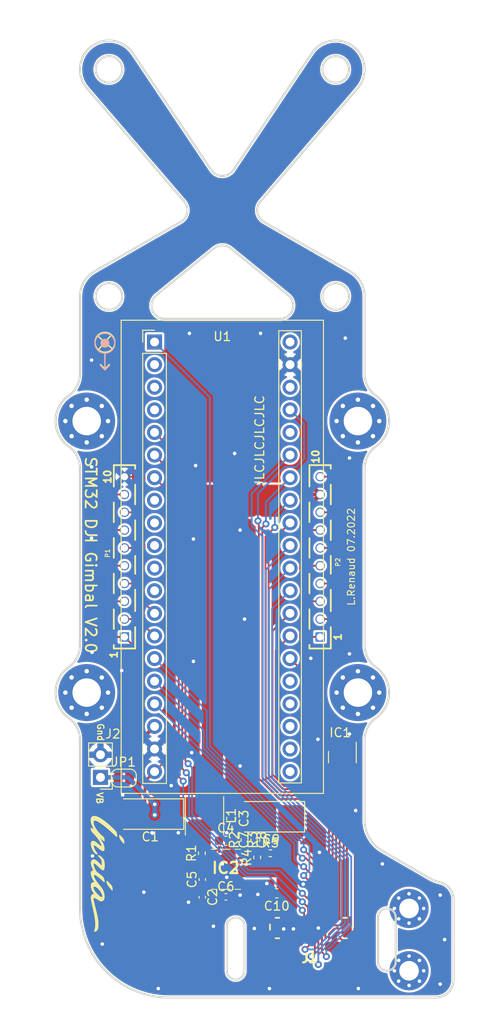
<source format=kicad_pcb>
(kicad_pcb (version 20211014) (generator pcbnew)

  (general
    (thickness 1.6)
  )

  (paper "A4")
  (layers
    (0 "F.Cu" signal)
    (31 "B.Cu" signal)
    (32 "B.Adhes" user "B.Adhesive")
    (33 "F.Adhes" user "F.Adhesive")
    (34 "B.Paste" user)
    (35 "F.Paste" user)
    (36 "B.SilkS" user "B.Silkscreen")
    (37 "F.SilkS" user "F.Silkscreen")
    (38 "B.Mask" user)
    (39 "F.Mask" user)
    (40 "Dwgs.User" user "User.Drawings")
    (41 "Cmts.User" user "User.Comments")
    (42 "Eco1.User" user "User.Eco1")
    (43 "Eco2.User" user "User.Eco2")
    (44 "Edge.Cuts" user)
    (45 "Margin" user)
    (46 "B.CrtYd" user "B.Courtyard")
    (47 "F.CrtYd" user "F.Courtyard")
    (48 "B.Fab" user)
    (49 "F.Fab" user)
    (50 "User.1" user)
    (51 "User.2" user)
    (52 "User.3" user)
    (53 "User.4" user)
    (54 "User.5" user)
    (55 "User.6" user)
    (56 "User.7" user)
    (57 "User.8" user)
    (58 "User.9" user)
  )

  (setup
    (stackup
      (layer "F.SilkS" (type "Top Silk Screen"))
      (layer "F.Paste" (type "Top Solder Paste"))
      (layer "F.Mask" (type "Top Solder Mask") (thickness 0.01))
      (layer "F.Cu" (type "copper") (thickness 0.035))
      (layer "dielectric 1" (type "core") (thickness 1.51) (material "FR4") (epsilon_r 4.5) (loss_tangent 0.02))
      (layer "B.Cu" (type "copper") (thickness 0.035))
      (layer "B.Mask" (type "Bottom Solder Mask") (thickness 0.01))
      (layer "B.Paste" (type "Bottom Solder Paste"))
      (layer "B.SilkS" (type "Bottom Silk Screen"))
      (copper_finish "None")
      (dielectric_constraints no)
    )
    (pad_to_mask_clearance 0)
    (aux_axis_origin 150 100)
    (pcbplotparams
      (layerselection 0x00010fc_ffffffff)
      (disableapertmacros false)
      (usegerberextensions false)
      (usegerberattributes true)
      (usegerberadvancedattributes true)
      (creategerberjobfile true)
      (svguseinch false)
      (svgprecision 6)
      (excludeedgelayer true)
      (plotframeref false)
      (viasonmask false)
      (mode 1)
      (useauxorigin false)
      (hpglpennumber 1)
      (hpglpenspeed 20)
      (hpglpendiameter 15.000000)
      (dxfpolygonmode true)
      (dxfimperialunits false)
      (dxfusepcbnewfont true)
      (psnegative false)
      (psa4output false)
      (plotreference false)
      (plotvalue false)
      (plotinvisibletext false)
      (sketchpadsonfab false)
      (subtractmaskfromsilk false)
      (outputformat 1)
      (mirror false)
      (drillshape 0)
      (scaleselection 1)
      (outputdirectory "Gerber/")
    )
  )

  (net 0 "")
  (net 1 "/M3_PWM3")
  (net 2 "/M3_Fault")
  (net 3 "/M3_PWM2")
  (net 4 "GND")
  (net 5 "/M3_PWM1")
  (net 6 "/M2_Fault")
  (net 7 "/M3_Hall2")
  (net 8 "/M2_PWM3")
  (net 9 "/M3_Hall1")
  (net 10 "/M2_PWM2")
  (net 11 "/M2_Hall2")
  (net 12 "/M2_PWM1")
  (net 13 "/M2_Hall1")
  (net 14 "/M1_Fault")
  (net 15 "/M1_Hall2")
  (net 16 "/M1_PWM3")
  (net 17 "/M1_Hall1")
  (net 18 "/M1_PWM2")
  (net 19 "+5V")
  (net 20 "/M1_PWM1")
  (net 21 "unconnected-(U1-Pad2)")
  (net 22 "unconnected-(U1-Pad3)")
  (net 23 "unconnected-(U1-Pad4)")
  (net 24 "unconnected-(U1-Pad8)")
  (net 25 "unconnected-(U1-Pad9)")
  (net 26 "unconnected-(U1-Pad10)")
  (net 27 "unconnected-(U1-Pad11)")
  (net 28 "unconnected-(U1-Pad12)")
  (net 29 "/SCL")
  (net 30 "/SDA")
  (net 31 "unconnected-(U1-Pad21)")
  (net 32 "unconnected-(U1-Pad22)")
  (net 33 "unconnected-(U1-Pad23)")
  (net 34 "unconnected-(U1-Pad24)")
  (net 35 "unconnected-(U1-Pad25)")
  (net 36 "unconnected-(U1-Pad36)")
  (net 37 "unconnected-(U1-Pad38)")
  (net 38 "unconnected-(P1-Pad2)")
  (net 39 "unconnected-(P1-Pad3)")
  (net 40 "/ow")
  (net 41 "unconnected-(IC1-Pad2)")
  (net 42 "unconnected-(P1-Pad6)")
  (net 43 "unconnected-(P1-Pad7)")
  (net 44 "unconnected-(P1-Pad8)")
  (net 45 "unconnected-(P1-Pad9)")
  (net 46 "+BATT")
  (net 47 "unconnected-(P2-Pad1)")
  (net 48 "unconnected-(P2-Pad2)")
  (net 49 "unconnected-(P2-Pad3)")
  (net 50 "unconnected-(P2-Pad4)")
  (net 51 "unconnected-(P2-Pad5)")
  (net 52 "unconnected-(P2-Pad6)")
  (net 53 "unconnected-(P2-Pad7)")
  (net 54 "+3V0")
  (net 55 "Net-(C4-Pad1)")
  (net 56 "unconnected-(P2-Pad10)")
  (net 57 "Net-(C5-Pad1)")
  (net 58 "Net-(C5-Pad2)")
  (net 59 "Net-(C6-Pad1)")
  (net 60 "Net-(C7-Pad1)")
  (net 61 "Net-(C8-Pad1)")
  (net 62 "Vdrive")
  (net 63 "Net-(IC2-Pad3)")
  (net 64 "Net-(IC2-Pad19)")
  (net 65 "Net-(IC2-Pad17)")
  (net 66 "unconnected-(IC2-Pad13)")

  (footprint "MountingHole:MountingHole_2.2mm_M2_Pad_Via" (layer "F.Cu") (at 171 139.5))

  (footprint "Jumper:SolderJumper-2_P1.3mm_Open_RoundedPad1.0x1.5mm" (layer "F.Cu") (at 138.925 124.85))

  (footprint "Inductor_SMD:L_Coilcraft_XxL4020" (layer "F.Cu") (at 148 129.1 -90))

  (footprint "MountingHole:MountingHole_3.2mm_M3_Pad_Via" (layer "F.Cu") (at 134.75 84.75))

  (footprint "DGI_Gimbal:BF090-10-X-B2" (layer "F.Cu") (at 161 100 90))

  (footprint "DGI_Gimbal:TPS61088" (layer "F.Cu") (at 150.4 135.1))

  (footprint "Resistor_SMD:R_0402_1005Metric" (layer "F.Cu") (at 155.4 133.3))

  (footprint "DGI_Gimbal:BF090-10-X-B2" (layer "F.Cu") (at 139 100 90))

  (footprint "Capacitor_SMD:C_0402_1005Metric" (layer "F.Cu") (at 150.4 138.2))

  (footprint "Resistor_SMD:R_0402_1005Metric" (layer "F.Cu") (at 152.5 131.8 90))

  (footprint "DGI_Gimbal:Inria" (layer "F.Cu") (at 137.1 135.6 -90))

  (footprint "Capacitor_SMD:C_0603_1608Metric" (layer "F.Cu") (at 150.4 131.9))

  (footprint "Resistor_SMD:R_0402_1005Metric" (layer "F.Cu") (at 147.7 133.3 90))

  (footprint "Resistor_SMD:R_0402_1005Metric" (layer "F.Cu") (at 154.6 131.8 90))

  (footprint "Capacitor_SMD:C_0603_1608Metric" (layer "F.Cu") (at 156.125 137.8 180))

  (footprint "MountingHole:MountingHole_3.2mm_M3_Pad_Via" (layer "F.Cu") (at 165.25 84.75))

  (footprint "MountingHole:MountingHole_3.2mm_M3_Pad_Via" (layer "F.Cu") (at 165.25 115.25))

  (footprint "Package_TO_SOT_SMD:SOT-23" (layer "F.Cu") (at 163.5 122.5 -90))

  (footprint "Capacitor_Tantalum_SMD:CP_EIA-6032-28_Kemet-C" (layer "F.Cu") (at 141.9 128.9 180))

  (footprint "Capacitor_SMD:C_0603_1608Metric" (layer "F.Cu") (at 151 129.4 -90))

  (footprint "Capacitor_SMD:C_0402_1005Metric" (layer "F.Cu") (at 153.58 131.8 90))

  (footprint "Capacitor_Tantalum_SMD:CP_EIA-6032-28_Kemet-C" (layer "F.Cu") (at 155.5 129.2 180))

  (footprint "Connector_PinHeader_2.54mm:PinHeader_1x02_P2.54mm_Vertical" (layer "F.Cu") (at 136.3 124.775 180))

  (footprint "DGI_Gimbal:YAAJ_WeAct_BlackPill_2" (layer "F.Cu") (at 150 100))

  (footprint "Capacitor_SMD:C_0402_1005Metric" (layer "F.Cu") (at 147.75 138.25 -90))

  (footprint "MountingHole:MountingHole_2.2mm_M2_Pad_Via" (layer "F.Cu") (at 171 146.5))

  (footprint "MountingHole:MountingHole_3.2mm_M3_Pad_Via" (layer "F.Cu") (at 134.75 115.25))

  (footprint "Capacitor_SMD:C_0402_1005Metric" (layer "F.Cu") (at 147.75 136.25 90))

  (footprint "DGI_Gimbal:BM20B0834DS04V53" (layer "F.Cu") (at 160 141.7 180))

  (footprint "Resistor_SMD:R_0402_1005Metric" (layer "F.Cu") (at 153.925 133.775 90))

  (footprint "Capacitor_SMD:C_0402_1005Metric" (layer "F.Cu") (at 155.6 131.8 90))

  (gr_line (start 136.3 78.5) (end 136.8 79) (layer "B.SilkS") (width 0.15) (tstamp 2a8bb4c7-9174-4989-8c1c-6b3ac2640ea3))
  (gr_circle (center 136.8 76) (end 136.800001 76) (layer "B.SilkS") (width 0.5) (fill none) (tstamp 465f0227-59d6-4224-bb00-82027db5ba71))
  (gr_line (start 136.8 79) (end 136.8 77.118033) (layer "B.SilkS") (width 0.15) (tstamp 4c15b4a4-70fd-436f-8aea-9bbb253ae149))
  (gr_line (start 137.3 78.5) (end 136.8 79) (layer "B.SilkS") (width 0.15) (tstamp b9a15a18-6b3a-4d23-a8ca-d29ebd5b594a))
  (gr_circle (center 136.8 76) (end 137.8 76.5) (layer "B.SilkS") (width 0.15) (fill none) (tstamp d909c2f5-cd97-475b-a850-77d149ecf702))
  (gr_line (start 136.8 75.9) (end 137.5 75.1) (layer "F.SilkS") (width 0.15) (tstamp 03089ffd-fc65-4861-bc9b-bf8e950bd9fa))
  (gr_line (start 136.8 75.9) (end 137.6 76.6) (layer "F.SilkS") (width 0.15) (tstamp 3ef29ce0-3c59-4f33-b521-45048e260a27))
  (gr_line (start 136.8 75.9) (end 136.1 76.7) (layer "F.SilkS") (width 0.15) (tstamp 611f7b4e-42d4-4de8-98d6-c2f71764a990))
  (gr_line (start 136.8 75.9) (end 136 75.2) (layer "F.SilkS") (width 0.15) (tstamp 76cfe23c-8d39-4fab-823b-36db34651579))
  (gr_line (start 136.8 78.9) (end 136.3 78.4) (layer "F.SilkS") (width 0.15) (tstamp 76db9461-8ba2-4aa9-b21f-4646483393e9))
  (gr_line (start 136.8 77.018033) (end 136.8 78.9) (layer "F.SilkS") (width 0.15) (tstamp 85fb701d-dbf1-4325-aa50-361701ded904))
  (gr_circle (center 136.8 75.9) (end 135.8 76.4) (layer "F.SilkS") (width 0.15) (fill none) (tstamp 91b4309a-f2dc-45c5-8b3b-e8c2643e0719))
  (gr_line (start 136.8 78.9) (end 137.3 78.4) (layer "F.SilkS") (width 0.15) (tstamp d7005e8a-bd34-461b-9bff-1cf04ce44037))
  (gr_line (start 134.785414 47.368565) (end 145.722581 60.092075) (layer "Edge.Cuts") (width 0.25) (tstamp 01986096-c4e6-4ec4-aebe-1e774bcd2c33))
  (gr_line (start 150.5 141.5) (end 150.5 146.5) (layer "Edge.Cuts") (width 0.25) (tstamp 045e9168-884a-4231-ac89-29870740ad61))
  (gr_arc (start 132.730769 118.108795) (mid 133.663864 119.17939) (end 134 120.55919) (layer "Edge.Cuts") (width 0.25) (tstamp 05c6641b-17f7-4186-a7c3-ec29c20400a7))
  (gr_arc (start 151.245399 56.556524) (mid 150 57.220474) (end 148.754601 56.556524) (layer "Edge.Cuts") (width 0.25) (tstamp 0f17f0ef-3c8b-4863-bcc5-b1430d45c06a))
  (gr_line (start 166 129.571797) (end 166 120.55919) (layer "Edge.Cuts") (width 0.25) (tstamp 113ace65-63ce-41f6-97f0-41a68b1f7be8))
  (gr_arc (start 167.269231 112.391205) (mid 166.336136 111.32061) (end 166 109.94081) (layer "Edge.Cuts") (width 0.25) (tstamp 1d99da33-3737-4a75-8cf3-bd4f0b718842))
  (gr_arc (start 174.443516 136.549796) (mid 175.563175 137.252408) (end 176 138.5) (layer "Edge.Cuts") (width 0.25) (tstamp 1f28c162-5156-4d1a-932d-67dfc8983c6e))
  (gr_arc (start 157.421921 70.608132) (mid 157.889474 72.274109) (end 156.47596 73.272245) (layer "Edge.Cuts") (width 0.25) (tstamp 210b981a-0167-4ea8-9d50-c1fdeb5d1303))
  (gr_line (start 166 109.94081) (end 166 90.05919) (layer "Edge.Cuts") (width 0.25) (tstamp 2116179a-8f10-43df-80dc-4e2ea7701919))
  (gr_arc (start 164.36636 67.930447) (mid 165.562087 69.120686) (end 166 70.75) (layer "Edge.Cuts") (width 0.25) (tstamp 2420ad7b-3de2-4b53-8f5e-c1196964a6d9))
  (gr_line (start 166 79.44081) (end 166 70.75) (layer "Edge.Cuts") (width 0.25) (tstamp 285c8d83-04fa-4baa-ba54-1a024a109485))
  (gr_line (start 173.330547 136.113491) (end 168 133.035898) (layer "Edge.Cuts") (width 0.25) (tstamp 294e4ab6-c96b-462b-bdff-416ca78ff354))
  (gr_line (start 150.94596 65.345757) (end 157.421921 70.608132) (layer "Edge.Cuts") (width 0.25) (tstamp 2e8982e5-fd4d-4c4d-aa3a-0d1bd46f5c01))
  (gr_line (start 139.948366 43.438558) (end 148.754601 56.556524) (layer "Edge.Cuts") (width 0.25) (tstamp 36ac8660-a102-4fbd-81c4-9bad82e19e7b))
  (gr_arc (start 167.269231 112.391205) (mid 168.75 115.25) (end 167.269231 118.108795) (layer "Edge.Cuts") (width 0.25) (tstamp 36b0555c-c85c-4e4c-8f9b-6140a85769e6))
  (gr_arc (start 167.269231 81.891205) (mid 166.336136 80.82061) (end 166 79.44081) (layer "Edge.Cuts") (width 0.25) (tstamp 3888bae9-ae45-42b4-9c10-c035b18ab53a))
  (gr_arc (start 144 149.5) (mid 136.928932 146.571068) (end 134 139.5) (layer "Edge.Cuts") (width 0.25) (tstamp 3be74e94-739b-4a64-9276-039e4dde6bf6))
  (gr_arc (start 134 109.94081) (mid 133.663857 111.320606) (end 132.730769 112.391205) (layer "Edge.Cuts") (width 0.25) (tstamp 3fdcd462-a06d-433e-ae2b-ba2b64cab783))
  (gr_arc (start 132.730769 87.608795) (mid 131.25 84.75) (end 132.730769 81.891205) (layer "Edge.Cuts") (width 0.25) (tstamp 428a4098-bb4a-44c5-b725-1ee822080a0b))
  (gr_arc (start 132.730769 118.108795) (mid 131.25 115.25) (end 132.730769 112.391205) (layer "Edge.Cuts") (width 0.25) (tstamp 47fc57aa-03b6-46a3-a2ed-a335390060cc))
  (gr_line (start 135.63364 67.930447) (end 145.331093 62.371206) (layer "Edge.Cuts") (width 0.25) (tstamp 4802aed6-a0f8-44cc-b97d-ab53cd4016a6))
  (gr_line (start 134 90.05919) (end 134 109.94081) (layer "Edge.Cuts") (width 0.25) (tstamp 4c29f23d-41e9-4e4a-af6e-cc138503dcf4))
  (gr_circle (center 162.75 45.25) (end 164.25 45.25) (layer "Edge.Cuts") (width 0.25) (fill none) (tstamp 60ac423b-ffc2-447f-aacd-a5e63ddbb7b2))
  (gr_arc (start 152.5 146.5) (mid 151.5 147.5) (end 150.5 146.5) (layer "Edge.Cuts") (width 0.25) (tstamp 6b69d7bd-abfa-4b29-992e-edb3f856d66d))
  (gr_line (start 152.5 146.5) (end 152.5 141.5) (layer "Edge.Cuts") (width 0.25) (tstamp 6c224c00-8931-4e04-b033-1405bdc7a466))
  (gr_circle (center 137.25 70.75) (end 138.75 70.75) (layer "Edge.Cuts") (width 0.25) (fill none) (tstamp 6eb3cc0d-1493-4981-a804-1a8062acdf03))
  (gr_line (start 134 70.75) (end 134 79.44081) (layer "Edge.Cuts") (width 0.25) (tstamp 6ec81fce-73db-4bb8-9cf6-68b30551f2bf))
  (gr_circle (center 162.75 70.75) (end 164.25 70.75) (layer "Edge.Cuts") (width 0.25) (fill none) (tstamp 75e6dbea-2f15-4188-b297-e9b541eaf979))
  (gr_arc (start 154.668907 62.371206) (mid 153.93658 61.323818) (end 154.277419 60.092075) (layer "Edge.Cuts") (width 0.25) (tstamp 774c636a-22bd-43f1-ba7f-c6d724dc6fc4))
  (gr_line (start 164.36636 67.930447) (end 154.668907 62.371206) (layer "Edge.Cuts") (width 0.25) (tstamp 7da927fa-41df-41a2-ad19-c636a998a9a6))
  (gr_arc (start 145.722581 60.092075) (mid 146.063453 61.323824) (end 145.331093 62.371206) (layer "Edge.Cuts") (width 0.25) (tstamp 8063dc19-6a8a-4619-a4c0-5f483274ca3c))
  (gr_line (start 144 149.5) (end 174 149.5) (layer "Edge.Cuts") (width 0.25) (tstamp 83b48050-a1f0-453e-9232-10ecd3bb4c84))
  (gr_arc (start 176 147.5) (mid 175.414214 148.914214) (end 174 149.5) (layer "Edge.Cuts") (width 0.25) (tstamp 866928e2-1c08-4413-a5e9-7caae0e9ac64))
  (gr_line (start 160.051634 43.438558) (end 151.245399 56.556524) (layer "Edge.Cuts") (width 0.25) (tstamp 873636f5-b71f-483d-a911-4e340ba023a2))
  (gr_line (start 169.5 145.5) (end 169.5 140.5) (layer "Edge.Cuts") (width 0.25) (tstamp 8c64172e-52d4-4454-aed9-bd2049a2e7c6))
  (gr_line (start 165.214586 47.368565) (end 154.277419 60.092075) (layer "Edge.Cuts") (width 0.25) (tstamp 8ebf92dc-0ecf-4ead-96f6-970bcdde7fed))
  (gr_arc (start 134 79.44081) (mid 133.663857 80.820606) (end 132.730769 81.891205) (layer "Edge.Cuts") (width 0.25) (tstamp 8f936575-2f4d-41ec-a7db-d7e0e2191ad7))
  (gr_circle (center 137.25 45.25) (end 138.75 45.25) (layer "Edge.Cuts") (width 0.25) (fill none) (tstamp a5e0e189-bd6c-44ad-a97b-6de2759e6741))
  (gr_line (start 143.52404 73.272245) (end 156.47596 73.272245) (layer "Edge.Cuts") (width 0.25) (tstamp ab310420-acef-444e-a6cc-3c711ed805cc))
  (gr_arc (start 174.443516 136.549796) (mid 173.870638 136.373461) (end 173.330547 136.113491) (layer "Edge.Cuts") (width 0.25) (tstamp acfda769-ba2a-41cd-8656-294626f57757))
  (gr_line (start 142.578079 70.608132) (end 149.05404 65.345757) (layer "Edge.Cuts") (width 0.25) (tstamp b4c7b4d4-c9ac-4337-9a6e-a3de6a8a9643))
  (gr_line (start 176 147.5) (end 176 138.5) (layer "Edge.Cuts") (width 0.25) (tstamp bbaba618-eb42-44c8-a756-1dff57908d7e))
  (gr_arc (start 167.5 140.5) (mid 168.5 139.5) (end 169.5 140.5) (layer "Edge.Cuts") (width 0.25) (tstamp bde679f3-bf84-429c-a3e4-feb6536e8f52))
  (gr_arc (start 167.269231 81.891205) (mid 168.75 84.75) (end 167.269231 87.608795) (layer "Edge.Cuts") (width 0.25) (tstamp bf6a7d22-3c26-4780-8422-c8d9aa01ca3e))
  (gr_arc (start 168 133.035898) (mid 166.5359 131.571796) (end 166 129.571797) (layer "Edge.Cuts") (width 0.25) (tstamp c2b14274-09b1-480e-8608-3880662bc3e0))
  (gr_arc (start 132.730769 87.608795) (mid 133.663864 88.67939) (end 134 90.05919) (layer "Edge.Cuts") (width 0.25) (tstamp c5e83177-7b3a-4198-82af-47433766ebb1))
  (gr_arc (start 149.05404 65.345757) (mid 150 65.009871) (end 150.94596 65.345757) (layer "Edge.Cuts") (width 0.25) (tstamp cbbe7c1b-4557-4c76-a7bd-f3424f9bd1b6))
  (gr_arc (start 143.52404 73.272245) (mid 142.110428 72.274144) (end 142.578079 70.608132) (layer "Edge.Cuts") (width 0.25) (tstamp cc19728b-54b7-4cd7-8575-e2b88cd69146))
  (gr_arc (start 134.785414 47.368565) (mid 135.281523 42.663961) (end 139.948366 43.438558) (layer "Edge.Cuts") (width 0.25) (tstamp d0003ee9-a56f-40c0-a04f-265d308b510d))
  (gr_arc (start 134 70.75) (mid 134.437913 69.120686) (end 135.63364 67.930447) (layer "Edge.Cuts") (width 0.25) (tstamp d015e085-5b47-4c3f-a89d-be4a95dbcbc7))
  (gr_arc (start 150.5 141.5) (mid 151.5 140.5) (end 152.5 141.5) (layer "Edge.Cuts") (width 0.25) (tstamp d35e2162-b060-4095-92a3-874eb755143a))
  (gr_arc (start 169.5 145.5) (mid 168.5 146.5) (end 167.5 145.5) (layer "Edge.Cuts") (width 0.25) (tstamp dba77a8f-47bd-4c53-886d-c4ff2f9b35b4))
  (gr_arc (start 160.051634 43.438558) (mid 164.718477 42.663961) (end 165.214586 47.368565) (layer "Edge.Cuts") (width 0.25) (tstamp dc76bd5f-111f-42a0-a4e1-ac69ccef8072))
  (gr_line (start 134 120.55919) (end 134 139.5) (layer "Edge.Cuts") (width 0.25) (tstamp e0c9e28f-fc4f-430a-8f1a-9bd4aa444d5c))
  (gr_line (start 167.5 140.5) (end 167.5 145.5) (layer "Edge.Cuts") (width 0.25) (tstamp e7a6a779-7df5-4b12-8134-66166c9aee78))
  (gr_arc (start 166 120.55919) (mid 166.336143 119.179394) (end 167.269231 118.108795) (layer "Edge.Cuts") (width 0.25) (tstamp ea78bb28-1544-4c23-9e0b-6a5c86aea260))
  (gr_arc (start 166 90.05919) (mid 166.336143 88.679394) (end 167.269231 87.608795) (layer "Edge.Cuts") (width 0.25) (tstamp eea82cf2-70fd-40f3-86d0-0360cc9d3da4))
  (gr_text "JLCJLCJLCJLC" (at 154.2 87 90) (layer "F.SilkS") (tstamp 19873b69-6c27-4fc3-8eff-0d2645dcc132)
    (effects (font (size 1 1) (thickness 0.15)))
  )
  (gr_text "STM32 DJI Gimbal V2.0\n" (at 135.2 99.8 270) (layer "F.SilkS") (tstamp 1c102a47-54ae-434c-b42c-6868739953c4)
    (effects (font (size 1.25 1.25) (thickness 0.2)))
  )
  (gr_text "Gnd" (at 136.3 119.7 270) (layer "F.SilkS") (tstamp 239352ce-f85f-4418-91ea-236f468a2cb4)
    (effects (font (size 0.7 0.7) (thickness 0.15)))
  )
  (gr_text "VB" (at 136.2 127.1 270) (layer "F.SilkS") (tstamp ab6e86d5-a0aa-4a67-9416-462efe4ffe34)
    (effects (font (size 0.7 0.7) (thickness 0.15)))
  )
  (gr_text "L.Renaud 07.2022" (at 164.5 100 90) (layer "F.SilkS") (tstamp d1b5a478-66d4-44de-b416-a298a27aa5a0)
    (effects (font (size 0.8 0.8) (thickness 0.12)))
  )

  (segment (start 160.898503 127.888451) (end 159.110052 126.1) (width 0.2) (layer "F.Cu") (net 1) (tstamp 3ab72f0f-34d6-4e49-b4d6-f2cd43e3c405))
  (segment (start 160.898503 127.890565) (end 160.898503 127.888451) (width 0.2) (layer "F.Cu") (net 1) (tstamp 53bb203d-3b60-4205-bc4c-0478b56859a8))
  (segment (start 155.2 124.489948) (end 155.2 98.61) (width 0.2) (layer "F.Cu") (net 1) (tstamp 761b8817-4cb4-472f-a3f9-3aa719cc919e))
  (segment (start 159.110052 126.1) (end 156.810052 126.1) (width 0.2) (layer "F.Cu") (net 1) (tstamp 86ac7a0b-29c5-4462-b019-773aab8c46b7))
  (segment (start 163.2 140.61) (end 163.2 130.192062) (width 0.2) (layer "F.Cu") (net 1) (tstamp a3c04842-8c95-4842-8963-d7cd9716f939))
  (segment (start 156.810052 126.1) (end 155.2 124.489948) (width 0.2) (layer "F.Cu") (net 1) (tstamp a6071aca-4b57-41f9-ae06-9ed5344ab15b))
  (segment (start 163.2 130.192062) (end 160.898503 127.890565) (width 0.2) (layer "F.Cu") (net 1) (tstamp b811cdbb-6900-4645-8e6c-5aaccda0dd61))
  (segment (start 155.2 98.61) (end 157.62 96.19) (width 0.2) (layer "F.Cu") (net 1) (tstamp e7aef7f4-cce4-4e17-9674-bbf14094c4eb))
  (segment (start 159.05 124.5) (end 159.05 112.86) (width 0.2) (layer "F.Cu") (net 2) (tstamp 47420dbd-de6e-477c-aa4e-c51959b6be22))
  (segment (start 159.05 112.86) (end 157.62 111.43) (width 0.2) (layer "F.Cu") (net 2) (tstamp 5939ded0-c2e1-48ed-80f2-d36d3a7ed164))
  (segment (start 163.2 142.79) (end 163.66 143.25) (width 0.2) (layer "F.Cu") (net 2) (tstamp 8344a89c-be8d-471b-b39b-ca187656e99b))
  (segment (start 164.75 143.25) (end 164.9 143.1) (width 0.2) (layer "F.Cu") (net 2) (tstamp 899d6a04-701f-46c5-83f7-54f17f1c93b5))
  (segment (start 164.9 130.35) (end 159.05 124.5) (width 0.2) (layer "F.Cu") (net 2) (tstamp 9c83e901-a5a4-4e29-8af2-a182df904231))
  (segment (start 164.9 143.1) (end 164.9 130.35) (width 0.2) (layer "F.Cu") (net 2) (tstamp 9fd6bd2b-78f5-4f06-85e7-2a4f51bc0bb8))
  (segment (start 163.66 143.25) (end 164.75 143.25) (width 0.2) (layer "F.Cu") (net 2) (tstamp f0a5b626-d478-49e7-94b7-411b3725fbf9))
  (segment (start 155.9 96.7) (end 154.85 97.75) (width 0.2) (layer "F.Cu") (net 3) (tstamp 0052bbc3-cc45-4081-b4b2-58b34cdbd7be))
  (segment (start 158.963668 126.45) (end 162.8 130.286332) (width 0.2) (layer "F.Cu") (net 3) (tstamp 03eb5548-eeba-494c-b150-03666ee51a92))
  (segment (start 154.85 124.634923) (end 156.665078 126.45) (width 0.2) (layer "F.Cu") (net 3) (tstamp 0462ee83-4f90-4b06-a4fe-c9ea9bb0ca98))
  (segment (start 162.8 130.286332) (end 162.8 140.61) (width 0.2) (layer "F.Cu") (net 3) (tstamp 2661b725-3aea-4671-9430-59e3df9d4f32))
  (segment (start 156.665078 126.45) (end 158.963668 126.45) (width 0.2) (layer "F.Cu") (net 3) (tstamp 7e1440b1-8619-419a-99f9-78d493c25550))
  (segment (start 154.85 97.75) (end 154.85 124.634923) (width 0.2) (layer "F.Cu") (net 3) (tstamp d98f6f40-93d8-402f-a50b-c525f4b1b1d0))
  (via (at 155.9 96.7) (size 0.8) (drill 0.4) (layers "F.Cu" "B.Cu") (net 3) (tstamp 41e20269-77cb-47e2-9922-9e416a8afb07))
  (segment (start 155.9 96.7) (end 155.9 95.37) (width 0.2) (layer "B.Cu") (net 3) (tstamp 09833aed-f270-4bc5-a031-40ccc7822be1))
  (segment (start 155.9 95.37) (end 157.62 93.65) (width 0.2) (layer "B.Cu") (net 3) (tstamp f9e61ec5-0c64-4262-ba8a-48ca672cafd2))
  (segment (start 154.13 130.77) (end 153.58 131.32) (width 0.2) (layer "F.Cu") (net 4) (tstamp 0db5f4dc-0e1c-40e6-85f9-882506695fd9))
  (segment (start 162.8 142.79) (end 162.8 142.3) (width 0.2) (layer "F.Cu") (net 4) (tstamp 46b88646-14eb-4eeb-a875-f2e32d1532fa))
  (segment (start 155.05 130.77) (end 154.13 130.77) (width 0.2) (layer "F.Cu") (net 4) (tstamp 47aa3d9e-e3c4-4e9d-8d11-bf2cff5c1787))
  (segment (start 155.6 131.32) (end 156.16 131.88) (width 0.2) (layer "F.Cu") (net 4) (tstamp 51965873-502b-4174-ab4d-4ceebeb26610))
  (segment (start 156.8 142.79) (end 158.785 142.79) (width 0.2) (layer "F.Cu") (net 4) (tstamp 551321a7-386b-46cf-aa9b-a109406e3f95))
  (segment (start 158.4 142.79) (end 158.815 142.375) (width 0.2) (layer "F.Cu") (net 4) (tstamp 62344fe3-1816-428f-8672-2ca42525a566))
  (segment (start 155.6 131.32) (end 155.05 130.77) (width 0.2) (layer "F.Cu") (net 4) (tstamp 6aa78e40-84fa-4e4b-afbe-3a7715b8fc8c))
  (segment (start 162.9 142.2) (end 163.985 142.2) (width 0.2) (layer "F.Cu") (net 4) (tstamp 817623d7-a235-4811-bea6-99be40fe2a99))
  (segment (start 138.94 91) (end 140.54 91) (width 0.2) (layer "F.Cu") (net 4) (tstamp 8bd7c959-0f76-4414-b2e1-1e2d49d8b269))
  (segment (start 162.8 142.79) (end 162.4 142.79) (width 0.2) (layer "F.Cu") (net 4) (tstamp b3ff9f6c-1dae-4f34-bbbf-8ec532a87417))
  (segment (start 164.41 142.625) (end 164.41 140.775) (width 0.2) (layer "F.Cu") (net 4) (tstamp be55fd3c-1439-4cab-80d1-16d2a13bf134))
  (segment (start 158.815 142.375) (end 158.815 140.61) (width 0.2) (layer "F.Cu") (net 4) (tstamp cc294024-204d-4270-b0bd-ac36b797d438))
  (segment (start 162.8 142.3) (end 162.9 142.2) (width 0.2) (layer "F.Cu") (net 4) (tstamp e73eb6da-91d5-4e4e-b8cd-f4b8910c79f6))
  (segment (start 156.16 131.88) (end 156.16 133.05) (width 0.2) (layer "F.Cu") (net 4) (tstamp ea8b12bc-2a8b-4d56-8694-ec837c419b04))
  (segment (start 156.16 133.05) (end 155.91 133.3) (width 0.2) (layer "F.Cu") (net 4) (tstamp fad29146-3315-4931-8232-18a9cb3ce219))
  (segment (start 163.985 142.2) (end 164.41 142.625) (width 0.2) (layer "F.Cu") (net 4) (tstamp fc496376-0059-4316-8279-08bf5d45b023))
  (via (at 142.1 131) (size 0.8) (drill 0.4) (layers "F.Cu" "B.Cu") (free) (net 4) (tstamp 0c1796a6-2856-47ad-a676-5e3098d0c2d2))
  (via (at 152.5 107) (size 0.8) (drill 0.4) (layers "F.Cu" "B.Cu") (free) (net 4) (tstamp 10db243b-bf50-4719-a638-b4a609bc7836))
  (via (at 146.3 74.9) (size 0.8) (drill 0.4) (layers "F.Cu" "B.Cu") (free) (net 4) (tstamp 1191e882-1b58-40f9-85e1-0be789bf4f9b))
  (via (at 156.9 141.8) (size 0.8) (drill 0.4) (layers "F.Cu" "B.Cu") (free) (net 4) (tstamp 181836e2-9b47-4ecf-9d14-04fc59e161af))
  (via (at 135.3 77.9) (size 0.8) (drill 0.4) (layers "F.Cu" "B.Cu") (free) (net 4) (tstamp 1a621e8d-a430-4485-8b13-46273aeb35be))
  (via (at 150 134.5) (size 0.8) (drill 0.4) (layers "F.Cu" "B.Cu") (net 4) (tstamp 1aeafe7a-c2d7-4fc2-b753-7e6b42aa17a4))
  (via (at 151.384 88.392) (size 0.8) (drill 0.4) (layers "F.Cu" "B.Cu") (free) (net 4) (tstamp 1d50c0aa-dccf-43f8-b810-e32536f67739))
  (via (at 146.2 138.8) (size 0.8) (drill 0.4) (layers "F.Cu" "B.Cu") (free) (net 4) (tstamp 1dd25b18-be79-4644-a94a-916f7ece544b))
  (via (at 136.5 143.5) (size 0.8) (drill 0.4) (layers "F.Cu" "B.Cu") (free) (net 4) (tstamp 2354aa4e-9b45-4220-884b-6e4f72be8d45))
  (via (at 159.95 111.4) (size 0.8) (drill 0.4) (layers "F.Cu" "B.Cu") (free) (net 4) (tstamp 2a5c55d2-1e3a-4186-b9c7-caaff551bdd7))
  (via (at 154 137.925) (size 0.8) (drill 0.4) (layers "F.Cu" "B.Cu") (free) (net 4) (tstamp 330902fb-53c0-4ada-9e8b-c5546a8bf574))
  (via (at 150.5 131) (size 0.8) (drill 0.4) (layers "F.Cu" "B.Cu") (free) (net 4) (tstamp 466ca871-b639-4834-8ce3-b9e52fe2bcfc))
  (via (at 152 97) (size 0.8) (drill 0.4) (layers "F.Cu" "B.Cu") (free) (net 4) (tstamp 46e51bd5-6f51-4164-a777-6ce471a9142b))
  (via (at 142.8 148.5) (size 0.8) (drill 0.4) (layers "F.Cu" "B.Cu") (free) (net 4) (tstamp 4d21ea87-48e9-4363-8b6d-c4d644bf3d11))
  (via (at 160.75 120.5) (size 0.8) (drill 0.4) (layers "F.Cu" "B.Cu") (free) (net 4) (tstamp 4e925c70-f39f-4bad-bb91-232e803f4c79))
  (via (at 174.5 148) (size 0.8) (drill 0.4) (layers "F.Cu" "B.Cu") (free) (net 4) (tstamp 5a335208-2c93-4e4f-ae3d-c15428aaf6eb))
  (via (at 141.175 137.675) (size 0.8) (drill 0.4) (layers "F.Cu" "B.Cu") (free) (net 4) (tstamp 5ecc71bd-6bec-4c12-a267-3659416d88f9))
  (via (at 135.3 97.9) (size 0.8) (drill 0.4) (layers "F.Cu" "B.Cu") (free) (net 4) (tstamp 5f1b7a67-342f-47e1-b241-4db041594e00))
  (via (at 158 141.8) (size 0.8) (drill 0.4) (layers "F.Cu" "B.Cu") (free) (net 4) (tstamp 602c514b-a28e-49e3-8179-37181b11df89))
  (via (at 135.3 89.9) (size 0.8) (drill 0.4) (layers "F.Cu" "B.Cu") (free) (net 4) (tstamp 638597a2-759c-4a8f-8fae-1ccfab501693))
  (via (at 155.3 148.5) (size 0.8) (drill 0.4) (layers "F.Cu" "B.Cu") (free) (net 4) (tstamp 63f01817-74e6-44ed-a07a-2209c667c863))
  (via (at 145.05 131) (size 0.8) (drill 0.4) (layers "F.Cu" "B.Cu") (free) (net 4) (tstamp 680e220c-f244-4c1a-824f-2ad7ed9e050b))
  (via (at 175 143) (size 0.8) (drill 0.4) (layers "F.Cu" "B.Cu") (free) (net 4) (tstamp 71aea535-e544-4bbf-9303-ac0095de444b))
  (via (at 164.3 119.9) (size 0.8) (drill 0.4) (layers "F.Cu" "B.Cu") (free) (net 4) (tstamp 79c09817-c1ac-4281-94f6-c1eaa8bf7ae5))
  (via (at 153.6 141.75) (size 0.8) (drill 0.4) (layers "F.Cu" "B.Cu") (free) (net 4) (tstamp 7b645785-4df9-4b94-bbe4-3e6e42388640))
  (via (at 150.5 136) (size 0.8) (drill 0.4) (layers "F.Cu" "B.Cu") (net 4) (tstamp 828f6bb6-0c8e-400a-a1a6-dd956df0178f))
  (via (at 144.25 125.7) (size 0.8) (drill 0.4) (layers "F.Cu" "B.Cu") (free) (net 4) (tstamp 85725491-a8b2-478b-9ecd-1d3aace8c6fc))
  (via (at 135.4 133.6) (size 0.8) (drill 0.4) (layers "F.Cu" "B.Cu") (free) (net 4) (tstamp 9503ffac-b12d-42a7-be96-cc03227bb761))
  (via (at 135.35 110.725) (size 0.8) (drill 0.4) (layers "F.Cu" "B.Cu") (free) (net 4) (tstamp 9824ff23-dd22-43d0-b764-b8b5164a6c26))
  (via (at 147 89.75) (size 0.8) (drill 0.4) (layers "F.Cu" "B.Cu") (free) (net 4) (tstamp a1521b05-40f2-47b1-9710-95abd0e15d65))
  (via (at 152 123.5) (size 0.8) (drill 0.4) (layers "F.Cu" "B.Cu") (free) (net 4) (tstamp a438d1f3-dd04-4232-bd10-024e5ce8b1f3))
  (via (at 164.3 110.9) (size 0.8) (drill 0.4) (layers "F.Cu" "B.Cu") (free) (net 4) (tstamp ace98139-9e5c-46c1-ba03-cc1692ce9984))
  (via (at 163.83 75.438) (size 0.8) (drill 0.4) (layers "F.Cu" "B.Cu") (free) (net 4) (tstamp b0dbb33b-be84-4db4-843f-9896aaa6d439))
  (via (at 152 138) (size 0.8) (drill 0.4) (layers "F.Cu" "B.Cu") (free) (net 4) (tstamp b5cedd66-81ed-4f56-9733-8ad7bb80ca03))
  (via (at 159.1 136.775) (size 0.8) (drill 0.4) (layers "F.Cu" "B.Cu") (free) (net 4) (tstamp ba9aaa3c-679d-4fff-b556-bb5005f17f25))
  (via (at 155 136.7) (size 0.8) (drill 0.4) (layers "F.Cu" "B.Cu") (free) (net 4) (tstamp bdd82e76-2ca7-4375-a9a0-402d2dcbc330))
  (via (at 168 134.5) (size 0.8) (drill 0.4) (layers "F.Cu" "B.Cu") (free) (net 4) (tstamp bed7118e-53c0-47bc-a0cd-8a5f48d34280))
  (via (at 164.3 88.9) (size 0.8) (drill 0.4) (layers "F.Cu" "B.Cu") (free) (net 4) (tstamp c2f6de18-6450-45a1-b71c-b13023a205fe))
  (via (at 146.55 122) (size 0.8) (drill 0.4) (layers "F.Cu" "B.Cu") (free) (net 4) (tstamp c8f983fc-531d-4864-9d4c-77c788614ec6))
  (via (at 149 141.5) (size 0.8) (drill 0.4) (layers "F.Cu" "B.Cu") (free) (net 4) (tstamp cbc5c0f9-7d8b-4460-bc3d-3c6da5746ab4))
  (via (at 146.75 98) (size 0.8) (drill 0.4) (layers "F.Cu" "B.Cu") (free) (net 4) (tstamp cc0927e2-a3f2-49b2-bdfe-e9069eea7dad))
  (via (at 174.5 138) (size 0.8) (drill 0.4) (layers "F.Cu" "B.Cu") (free) (net 4) (tstamp cc6e7b98-5f1b-4ede-914d-147822f8fe12))
  (via (at 165.3 148.5) (size 0.8) (drill 0.4) (layers "F.Cu" "B.Cu") (free) (net 4) (tstamp cdae78c2-3796-454e-9991-4d6264ea222c))
  (via (at 138.684 112.776) (size 0.8) (drill 0.4) (layers "F.Cu" "B.Cu") (free) (net 4) (tstamp d9a2c9e0-af65-4fec-8dbd-5e7565a66f13))
  (via (at 160.925 133.2) (size 0.8) (drill 0.4) (layers "F.Cu" "B.Cu") (free) (net 4) (tstamp dfbffd5e-88fc-43e2-8322-de0515ac8d29))
  (via (at 146.75 111.75) (size 0.8) (drill 0.4) (layers "F.Cu" "B.Cu") (free) (net 4) (tstamp e68e58c6-3f91-4ad6-9591-ed4ad998d147))
  (via (at 165 128.5) (size 0.8) (drill 0.4) (layers "F.Cu" "B.Cu") (free) (net 4) (tstamp eb697f88-c7e6-4ede-b5e2-1674fc1b53b8))
  (via (at 154.3 74.9) (size 0.8) (drill 0.4) (layers "F.Cu" "B.Cu") (free) (net 4) (tstamp ec87612d-b3cc-4af6-8031-065c14b5a6d5))
  (via (at 160.8 141.7) (size 0.8) (drill 0.4) (layers "F.Cu" "B.Cu") (free) (net 4) (tstamp f682281e-2453-4819-9c95-903a7704fdde))
  (via (at 138.8 126.75) (size 0.8) (drill 0.4) (layers "F.Cu" "B.Cu") (free) (net 4) (tstamp f8d81ad9-62c8-42de-bbad-f0a67c6f35f5))
  (segment (start 156.5 126.8) (end 158.819399 126.8) (width 0.2) (layer "F.Cu") (net 5) (tstamp 3e800ce4-d102-4e30-b8b9-161de438c6b7))
  (segment (start 158.819399 126.8) (end 162.4 130.380601) (width 0.2) (layer "F.Cu") (net 5) (tstamp 753c17f0-a056-45cd-8dd1-be3489155d4c))
  (segment (start 154.5 124.8) (end 156.5 126.8) (width 0.2) (layer "F.Cu") (net 5) (tstamp a97bb39f-a45f-44dc-99cf-13dadedc713b))
  (segment (start 154.9 96.3) (end 154.5 96.7) (width 0.2) (layer "F.Cu") (net 5) (tstamp aac0bdb4-1e8e-4b32-a998-3cbebe172684))
  (segment (start 154.5 96.7) (end 154.5 124.8) (width 0.2) (layer "F.Cu") (net 5) (tstamp e8e82284-2978-4527-b26a-a15fce9ed07a))
  (segment (start 162.4 130.380601) (end 162.4 140.61) (width 0.2) (layer "F.Cu") (net 5) (tstamp fb349de5-8b3c-4797-97af-91aadc5cc0b9))
  (via (at 154.9 96.3) (size 0.8) (drill 0.4) (layers "F.Cu" "B.Cu") (net 5) (tstamp 769dc976-9b21-48a8-92c9-6da8ea1b6338))
  (segment (start 154.9 93.83) (end 157.62 91.11) (width 0.2) (layer "B.Cu") (net 5) (tstamp b3063e30-a0b6-4679-a64c-e432b7735746))
  (segment (start 154.9 96.3) (end 154.9 93.83) (width 0.2) (layer "B.Cu") (net 5) (tstamp ecd5824b-9436-47bc-bbfa-f6d623da3f38))
  (segment (start 162 130.47487) (end 162 140.61) (width 0.2) (layer "F.Cu") (net 6) (tstamp 4facee27-9f9c-4937-b26b-dbe78c4384fc))
  (segment (start 156.4 127.2) (end 158.72513 127.2) (width 0.2) (layer "F.Cu") (net 6) (tstamp 5f9730f1-b979-4745-af9a-e2f0b1b70746))
  (segment (start 154.1 96.055654) (end 154.1 124.9) (width 0.2) (layer "F.Cu") (net 6) (tstamp 7ac4d1f9-6191-4832-9fb7-beca3fdc9cae))
  (segment (start 158.72513 127.2) (end 162 130.47487) (width 0.2) (layer "F.Cu") (net 6) (tstamp 83c46959-3de3-431e-a4f5-b255906b7fcd))
  (segment (start 154.010953 95.966607) (end 154.1 96.055654) (width 0.2) (layer "F.Cu") (net 6) (tstamp 9dfc110a-0b2a-47f9-93bc-65b495bf9622))
  (segment (start 154.1 124.9) (end 156.4 127.2) (width 0.2) (layer "F.Cu") (net 6) (tstamp e0491bac-d927-4827-a641-d0ecf6bc1d45))
  (via (at 154.010953 95.966607) (size 0.8) (drill 0.4) (layers "F.Cu" "B.Cu") (net 6) (tstamp 689a9b83-9d34-4899-8610-9f2625a3de5b))
  (segment (start 159.2 85.07) (end 157.62 83.49) (width 0.2) (layer "B.Cu") (net 6) (tstamp 1f655481-2e91-4a41-9e49-55fcb1a5cbbd))
  (segment (start 154.010953 95.966607) (end 154.010953 92.889047) (width 0.2) (layer "B.Cu") (net 6) (tstamp 6032953a-6a9f-48b3-8b19-865aa56e0389))
  (segment (start 158.3 89.9) (end 159.2 89) (width 0.2) (layer "B.Cu") (net 6) (tstamp 69294cb2-ddd0-4ede-9c44-eba3ed3eefa2))
  (segment (start 159.2 89) (end 159.2 85.07) (width 0.2) (layer "B.Cu") (net 6) (tstamp a0d558f0-236e-43ae-a38e-fd20e4f3f0d5))
  (segment (start 154.010953 92.889047) (end 157 89.9) (width 0.2) (layer "B.Cu") (net 6) (tstamp c20f11f1-95ed-4e1c-b569-f2a3af47172e))
  (segment (start 157 89.9) (end 158.3 89.9) (width 0.2) (layer "B.Cu") (net 6) (tstamp dab03f3b-bdaf-4bf7-8ec5-1f4d73a5ae95))
  (segment (start 161.747505 127.747505) (end 159.4 125.4) (width 0.2) (layer "F.Cu") (net 7) (tstamp 1dbb4c2e-8eab-42e0-9ccd-72863afec17e))
  (segment (start 162 142.79) (end 162 142.365) (width 0.2) (layer "F.Cu") (net 7) (tstamp 25063fb6-709d-4d90-afe9-5e468d67f396))
  (segment (start 162.615 141.75) (end 163.45 141.75) (width 0.2) (layer "F.Cu") (net 7) (tstamp 2d3eee0d-cd3d-4375-9548-61f92877b30a))
  (segment (start 162 142.365) (end 162.615 141.75) (width 0.2) (layer "F.Cu") (net 7) (tstamp 48157a97-73b2-4346-8d74-3046cf25c954))
  (segment (start 159.4 125.4) (end 157.1 125.4) (width 0.2) (layer "F.Cu") (net 7) (tstamp 85d98443-2003-4d64-8fe3-c284cf5760e1))
  (segment (start 161.747505 127.751028) (end 161.747505 127.747505) (width 0.2) (layer "F.Cu") (net 7) (tstamp b9442051-64f7-4013-a13e-83d99fb96ec1))
  (segment (start 156 124.3) (end 156 110.51) (width 0.2) (layer "F.Cu") (net 7) (tstamp c90b9f2e-650f-43f2-a3de-8a7d7ed73087))
  (segment (start 157.1 125.4) (end 156 124.3) (width 0.2) (layer "F.Cu") (net 7) (tstamp db49159a-5311-4d33-a52b-bfbdcfac01c2))
  (segment (start 164.01 130.013523) (end 161.747505 127.751028) (width 0.2) (layer "F.Cu") (net 7) (tstamp e600c9d9-8348-4c9a-b00f-fd19f1598af2))
  (segment (start 156 110.51) (end 157.62 108.89) (width 0.2) (layer "F.Cu") (net 7) (tstamp ec8373ca-6e79-4c31-a7e5-057e28f5dcb9))
  (segment (start 164.01 141.19) (end 164.01 130.013523) (width 0.2) (layer "F.Cu") (net 7) (tstamp f40711d3-854b-42bf-a76f-d02005aa2b41))
  (segment (start 163.45 141.75) (end 164.01 141.19) (width 0.2) (layer "F.Cu") (net 7) (tstamp f5507934-b39d-4b92-a41e-3d635b2de1ef))
  (segment (start 161.6 135.35) (end 159.15 132.9) (width 0.2) (layer "F.Cu") (net 8) (tstamp 6e403dcd-9dbb-40dd-bf96-794dc96a6500))
  (segment (start 161.6 140.61) (end 161.6 135.35) (width 0.2) (layer "F.Cu") (net 8) (tstamp 86cf8322-1def-43a4-bd47-a2d94d60d3dd))
  (via (at 159.15 132.9) (size 0.8) (drill 0.4) (layers "F.Cu" "B.Cu") (net 8) (tstamp efc926f9-bb41-4853-af48-6eded82f3dbe))
  (segment (start 142.38 111.43) (end 148.25 117.3) (width 0.2) (layer "B.Cu") (net 8) (tstamp 98a24e60-52d6-4b34-9f0a-b40ab71d653e))
  (segment (start 148.25 121.39146) (end 159.15 132.29146) (width 0.2) (layer "B.Cu") (net 8) (tstamp c28570af-5faf-4ca7-971b-81cc57a30d56))
  (segment (start 148.25 117.3) (end 148.25 121.39146) (width 0.2) (layer "B.Cu") (net 8) (tstamp cc32519c-87d6-4bb5-b03d-f082c81caa8a))
  (segment (start 159.15 132.29146) (end 159.15 132.9) (width 0.2) (layer "B.Cu") (net 8) (tstamp f0a5ffdb-1457-4505-8862-c88df650104c))
  (segment (start 155.65 124.444974) (end 155.65 108.32) (width 0.2) (layer "F.Cu") (net 9) (tstamp 2b43678a-ed12-4d09-9458-6315d0beda3e))
  (segment (start 163.305026 141.4) (end 163.66 141.045026) (width 0.2) (layer "F.Cu") (net 9) (tstamp 47dd4030-51d8-41e1-8d77-c0bbb67f3bf9))
  (segment (start 161.248004 127.745797) (end 161.248004 127.742978) (width 0.2) (layer "F.Cu") (net 9) (tstamp 593baf7a-c659-49e2-b92a-d0f2c4db27b5))
  (segment (start 155.65 108.32) (end 157.62 106.35) (width 0.2) (layer "F.Cu") (net 9) (tstamp 63463ad2-3d7e-47b6-8612-c391aa744da5))
  (segment (start 162.470026 141.4) (end 163.305026 141.4) (width 0.2) (layer "F.Cu") (net 9) (tstamp 67ad8dfa-d83c-46cd-a8e3-a98f74755525))
  (segment (start 163.66 141.045026) (end 163.66 134.95) (width 0.2) (layer "F.Cu") (net 9) (tstamp 6b2b17b5-7f33-4608-a4ad-3fc5c2599e67))
  (segment (start 161.6 142.79) (end 161.6 142.270026) (width 0.2) (layer "F.Cu") (net 9) (tstamp 6be9a5ef-61a9-488e-8743-03b94b94b96f))
  (segment (start 161.248004 127.742978) (end 159.255026 125.75) (width 0.2) (layer "F.Cu") (net 9) (tstamp 85e2204a-4325-4e54-85c6-0c487f9ab944))
  (segment (start 161.6 142.270026) (end 162.470026 141.4) (width 0.2) (layer "F.Cu") (net 9) (tstamp 9b48a2c6-820a-4978-ad8a-433a519d27f0))
  (segment (start 156.955026 125.75) (end 155.65 124.444974) (width 0.2) (layer "F.Cu") (net 9) (tstamp 9d876441-e690-4193-91b5-1b9a67922118))
  (segment (start 159.255026 125.75) (end 156.955026 125.75) (width 0.2) (layer "F.Cu") (net 9) (tstamp a9b4b647-3ee4-4315-8e1b-676e92e28e0b))
  (segment (start 163.65 134.9) (end 163.65 130.147793) (width 0.2) (layer "F.Cu") (net 9) (tstamp ad62fa0a-3186-4df8-83b3-58dcd08bb4da))
  (segment (start 163.65 130.147793) (end 161.248004 127.745797) (width 0.2) (layer "F.Cu") (net 9) (tstamp bc79884f-0a9f-4b5d-a7ae-c01e81e81d4c))
  (segment (start 161.2 140.61) (end 161.2 135.65) (width 0.2) (layer "F.Cu") (net 10) (tstamp 45b86223-b9b5-4d3f-b609-b0fab60e8297))
  (segment (start 159.4 133.85) (end 159 133.85) (width 0.2) (layer "F.Cu") (net 10) (tstamp d89e62b3-c530-4b33-a24d-bf7d572604bc))
  (segment (start 161.2 135.65) (end 159.4 133.85) (width 0.2) (layer "F.Cu") (net 10) (tstamp e4154787-a38d-49dd-8e16-52f502033403))
  (via (at 159 133.85) (size 0.8) (drill 0.4) (layers "F.Cu" "B.Cu") (net 10) (tstamp e00ff1e5-1e07-4122-a8dc-e4015d418b2d))
  (segment (start 158.449501 133.299501) (end 159 133.85) (width 0.2) (layer "B.Cu") (net 10) (tstamp 4035f855-09e0-48e8-889f-06ada7cbdb1c))
  (segment (start 147.9 121.53573) (end 158.449501 132.085232) (width 0.2) (layer "B.Cu") (net 10) (tstamp 5214d4ab-7b55-4511-a513-431a162cca75))
  (segment (start 142.38 113.97) (end 147.9 119.49) (width 0.2) (layer "B.Cu") (net 10) (tstamp 681e58a8-3f30-4921-9c3e-8b50ff52c09f))
  (segment (start 147.9 119.49) (end 147.9 121.53573) (width 0.2) (layer "B.Cu") (net 10) (tstamp ccb26506-e2c2-4687-b0cb-19e2315dcc84))
  (segment (start 158.449501 132.085232) (end 158.449501 133.299501) (width 0.2) (layer "B.Cu") (net 10) (tstamp f244c951-72ad-44c7-8aa6-5fa44d6c23ec))
  (segment (start 161.2 144.4) (end 161.7 144.9) (width 0.2) (layer "F.Cu") (net 11) (tstamp 749a9567-f17a-441c-aac1-68080e70a5b5))
  (segment (start 161.2 142.79) (end 161.2 144.4) (width 0.2) (layer "F.Cu") (net 11) (tstamp 85408837-f1d6-41de-854a-bda705f41224))
  (via (at 161.7 144.9) (size 0.8) (drill 0.4) (layers "F.Cu" "B.Cu") (net 11) (tstamp df8347af-8707-42a2-9704-56275c77772b))
  (segment (start 161.7 144.9) (end 161.7 144.294974) (width 0.2) (layer "B.Cu") (net 11) (tstamp 1d2d16eb-20d4-49e9-86bb-57b9053c8a5c))
  (segment (start 164.5 133.7) (end 155.6 124.8) (width 0.2) (layer "B.Cu") (net 11) (tstamp 815bd82d-9b94-4ed5-973d-73dd64b0aefd))
  (segment (start 161.7 144.294974) (end 164.5 141.494974) (width 0.2) (layer "B.Cu") (net 11) (tstamp 8d670343-e712-4006-adaf-8118bd81b6e4))
  (segment (start 155.6 124.8) (end 155.6 105.83) (width 0.2) (layer "B.Cu") (net 11) (tstamp d349a323-5e19-4876-9ce8-231859e27447))
  (segment (start 164.5 141.494974) (end 164.5 133.7) (width 0.2) (layer "B.Cu") (net 11) (tstamp dea00d34-048a-4f7e-a076-7dbf34bbafc0))
  (segment (start 155.6 105.83) (end 157.62 103.81) (width 0.2) (layer "B.Cu") (net 11) (tstamp f6810707-ea55-47ef-9af6-763226ce2ec1))
  (segment (start 160.8 140.61) (end 160.8 136.45) (width 0.2) (layer "F.Cu") (net 12) (tstamp 3bb62c1a-3441-4a26-8ddf-d9df118e992f))
  (segment (start 160.8 136.45) (end 159.15 134.8) (width 0.2) (layer "F.Cu") (net 12) (tstamp d957f7bb-f213-48f5-b182-00d4c36f9027))
  (via (at 159.15 134.8) (size 0.8) (drill 0.4) (layers "F.Cu" "B.Cu") (net 12) (tstamp 3490a370-b5ea-4ac4-a839-ec11aa541c3f))
  (segment (start 158.9 134.8) (end 159.15 134.8) (width 0.2) (layer "B.Cu") (net 12) (tstamp 134203ae-69b2-455f-b40c-4d7ac5b20a05))
  (segment (start 142.38 116.51) (end 158.1 132.23) (width 0.2) (layer "B.Cu") (net 12) (tstamp 2853c24a-41d3-45a9-9432-9e028e171dfa))
  (segment (start 158.1 132.23) (end 158.1 134) (width 0.2) (layer "B.Cu") (net 12) (tstamp 76cff13b-c0fa-4e0a-b932-afe1531e7d5f))
  (segment (start 158.1 134) (end 158.9 134.8) (width 0.2) (layer "B.Cu") (net 12) (tstamp d9a64d6b-2dd9-40ea-b9e4-f75fa80beb13))
  (segment (start 160.8 142.79) (end 160.8 145.8) (width 0.2) (layer "F.Cu") (net 13) (tstamp 1ccb3a26-32db-455e-9eab-629ffb7eb5a3))
  (via (at 160.8 145.8) (size 0.8) (drill 0.4) (layers "F.Cu" "B.Cu") (net 13) (tstamp 45de6940-a72f-4206-bdef-48d73c5bf49a))
  (segment (start 164.15 133.85) (end 155.25 124.95) (width 0.2) (layer "B.Cu") (net 13) (tstamp 5163e8e2-4085-4b26-942c-8870741c4af5))
  (segment (start 160.8 145.8) (end 160.8 144.7) (width 0.2) (layer "B.Cu") (net 13) (tstamp 754b9e6a-2f7b-4fcc-9e5a-19128ac71b62))
  (segment (start 164.15 141.35) (end 164.15 133.85) (width 0.2) (layer "B.Cu") (net 13) (tstamp 75666899-d627-49a1-8e95-130d61b3da63))
  (segment (start 155.25 103.64) (end 157.62 101.27) (width 0.2) (layer "B.Cu") (net 13) (tstamp 991d1a6f-072f-4744-be60-af89da38332d))
  (segment (start 155.25 124.95) (end 155.25 103.64) (width 0.2) (layer "B.Cu") (net 13) (tstamp dda844cd-8ff9-4203-ac13-7c860c40dace))
  (segment (start 160.8 144.7) (end 164.15 141.35) (width 0.2) (layer "B.Cu") (net 13) (tstamp ea122c05-66ef-4741-bb0e-78ad0a5981de))
  (segment (start 160.4 140.61) (end 160.4 137.05) (width 0.2) (layer "F.Cu") (net 14) (tstamp a8166fec-8987-4ce9-b215-2e64865b3d10))
  (segment (start 160.4 137.05) (end 159.15 135.8) (width 0.2) (layer "F.Cu") (net 14) (tstamp bb43466c-26f3-4054-8bc0-83b4484d2d26))
  (via (at 159.15 135.8) (size 0.8) (drill 0.4) (layers "F.Cu" "B.Cu") (net 14) (tstamp 13e2a665-01b4-459b-8a17-a8f90f56cad8))
  (segment (start 159.8 135.15) (end 159.15 135.8) (width 0.2) (layer "B.Cu") (net 14) (tstamp 0c39ebf8-7add-4b5f-bc1d-063651a70865))
  (segment (start 148.6 82.09) (end 148.6 121.247191) (width 0.2) (layer "B.Cu") (net 14) (tstamp 1b0bf16c-589b-41ec-951f-6eb2b8ab8892))
  (segment (start 148.6 121.247191) (end 159.8 132.447191) (width 0.2) (layer "B.Cu") (net 14) (tstamp 8853cded-28cc-4089-8693-c99e815cb919))
  (segment (start 142.38 75.87) (end 148.6 82.09) (width 0.2) (layer "B.Cu") (net 14) (tstamp ea29500a-ef1e-49b9-8b13-f5374d51ce06))
  (segment (start 159.8 132.447191) (end 159.8 135.15) (width 0.2) (layer "B.Cu") (net 14) (tstamp ef843d33-073a-4a28-9ded-fc3e3c9bc1f5))
  (segment (start 160.4 142.79) (end 160.4 144.5) (width 0.2) (layer "F.Cu") (net 15) (tstamp 9767deed-e9a9-4497-9c9d-7d8ca3af3fdb))
  (segment (start 160.4 144.5) (end 160 144.9) (width 0.2) (layer "F.Cu") (net 15) (tstamp be3753dd-7de0-4d13-b2c2-ead4f41b01da))
  (via (at 160 144.9) (size 0.8) (drill 0.4) (layers "F.Cu" "B.Cu") (net 15) (tstamp 3d40ed36-6b94-4616-979a-31f5ed8a4d67))
  (segment (start 160 144.9) (end 160.105026 144.9) (width 0.2) (layer "B.Cu") (net 15) (tstamp 45f5cbab-8d3b-4538-b8dc-f0bc49853374))
  (segment (start 154.9 125.1) (end 154.9 101.45) (width 0.2) (layer "B.Cu") (net 15) (tstamp 79bf6bdc-51ee-4e2c-93a4-65c2d6220cc4))
  (segment (start 160.105026 144.9) (end 163.8 141.205026) (width 0.2) (layer "B.Cu") (net 15) (tstamp 7f73f414-2955-4340-be78-6d3b2caf6d30))
  (segment (start 163.8 141.205026) (end 163.8 134) (width 0.2) (layer "B.Cu") (net 15) (tstamp 9c66c745-817b-4e36-9ffc-ac6a16eb7929))
  (segment (start 154.9 101.45) (end 157.62 98.73) (width 0.2) (layer "B.Cu") (net 15) (tstamp d60336f0-7870-46d8-80eb-e03810bb6c99))
  (segment (start 163.8 134) (end 154.9 125.1) (width 0.2) (layer "B.Cu") (net 15) (tstamp ed0895b4-a6f4-4a41-adfb-5e526ffca336))
  (segment (start 145.85 89.5) (end 142.38 86.03) (width 0.2) (layer "F.Cu") (net 16) (tstamp 65552979-12f9-4227-bb5e-b4d489f6b8da))
  (segment (start 146.1495 123.232442) (end 145.85 122.932942) (width 0.2) (layer "F.Cu") (net 16) (tstamp 7879b882-efc4-464a-b2e2-d5595e869276))
  (segment (start 145.85 122.932942) (end 145.85 89.5) (width 0.2) (layer "F.Cu") (net 16) (tstamp 9dd28a55-14c4-4c98-be32-0a9d6fdd32a8))
  (segment (start 159 137.800994) (end 160 138.800994) (width 0.2) (layer "F.Cu") (net 16) (tstamp cea52af9-8713-4fb2-84f4-bebee5a4c846))
  (segment (start 160 138.800994) (end 160 140.61) (width 0.2) (layer "F.Cu") (net 16) (tstamp f7153d4f-5a3f-4853-838a-3fbec8d9b574))
  (via (at 159 137.800994) (size 0.8) (drill 0.4) (layers "F.Cu" "B.Cu") (net 16) (tstamp 73556e78-164b-4989-83a2-4801c469dfdc))
  (via (at 146.1495 123.232442) (size 0.8) (drill 0.4) (layers "F.Cu" "B.Cu") (net 16) (tstamp a5f66a1e-a7db-4dec-8f73-8298496ea8cc))
  (segment (start 152.950998 135.225998) (end 146.6 128.875) (width 0.2) (layer "B.Cu") (net 16) (tstamp 5e2f7931-289f-4ccb-8789-1c1ba8d4cfa3))
  (segment (start 146.6 123.682942) (end 146.1495 123.232442) (width 0.2) (layer "B.Cu") (net 16) (tstamp 895105b6-2f82-4fb5-81a6-3ba3c3d8971e))
  (segment (start 156.425004 135.225998) (end 152.950998 135.225998) (width 0.2) (layer "B.Cu") (net 16) (tstamp d83580b2-b929-4716-bf79-a6044bee5e9f))
  (segment (start 146.6 128.875) (end 146.6 123.682942) (width 0.2) (layer "B.Cu") (net 16) (tstamp f484cdf3-abb4-4051-a4db-a3b657589578))
  (segment (start 159 137.800994) (end 156.425004 135.225998) (width 0.2) (layer "B.Cu") (net 16) (tstamp f6190a68-bb0e-43be-bf24-0cfe372f57b9))
  (segment (start 160 142.79) (end 160 143.404129) (width 0.2) (layer "F.Cu") (net 17) (tstamp 1d343bb1-c3c9-46c7-9a39-09d03a682a5d))
  (segment (start 160 143.404129) (end 159.302033 144.102096) (width 0.2) (layer "F.Cu") (net 17) (tstamp 4cf517da-897f-4cee-9cc3-5ac4817c00f3))
  (via (at 159.302033 144.102096) (size 0.8) (drill 0.4) (layers "F.Cu" "B.Cu") (net 17) (tstamp 31d65e54-603c-4248-96f0-a5e23bb91ac3))
  (segment (start 160.407956 144.102096) (end 159.302033 144.102096) (width 0.2) (layer "B.Cu") (net 17) (tstamp 12dbf981-89d6-493b-b6fa-688ef9160b5b))
  (segment (start 154.55 97.75) (end 154.55 125.244974) (width 0.2) (layer "B.Cu") (net 17) (tstamp 298412ca-5c68-4b76-bbee-f43dac7248fb))
  (segment (start 157.62 88.57) (end 153.3 92.89) (width 0.2) (layer "B.Cu") (net 17) (tstamp 336d3908-7f82-497a-989a-fcfc15a1c638))
  (segment (start 163.45 141.060052) (end 160.407956 144.102096) (width 0.2) (layer "B.Cu") (net 17) (tstamp 40a8b668-2c90-4650-880e-3285b389f190))
  (segment (start 163.45 134.144974) (end 163.45 141.060052) (width 0.2) (layer "B.Cu") (net 17) (tstamp 6aa5c739-19c6-4ab5-81f3-a16db3976ba5))
  (segment (start 153.3 92.89) (end 153.3 96.5) (width 0.2) (layer "B.Cu") (net 17) (tstamp aa4dcb61-8a9a-41ea-a8f5-a696c403e87f))
  (segment (start 154.55 125.244974) (end 163.45 134.144974) (width 0.2) (layer "B.Cu") (net 17) (tstamp b15af73e-9510-4c47-9d5c-c1fc1eac50b6))
  (segment (start 153.3 96.5) (end 154.55 97.75) (width 0.2) (layer "B.Cu") (net 17) (tstamp ec54d499-7671-4066-89aa-7d6f07aad9b1))
  (segment (start 145.5 91.69) (end 142.38 88.57) (width 0.2) (layer "F.Cu") (net 18) (tstamp 2e96d6ac-5744-4b70-b2f6-d63cbe859d3a))
  (segment (start 159.65 140.05) (end 159.6 140.1) (width 0.2) (layer "F.Cu") (net 18) (tstamp 345349ee-bd8e-4726-a7fe-e259c835a095))
  (segment (start 159.65 139.400497) (end 159.65 140.05) (width 0.2) (layer "F.Cu") (net 18) (tstamp 47241c64-177e-4e85-8db4-a6f5a8d353d1))
  (segment (start 159.6 140.1) (end 159.6 140.61) (width 0.2) (layer "F.Cu") (net 18) (tstamp 6013c50e-3ecb-4061-b5e5-154ab2b24f55))
  (segment (start 159 138.750497) (end 159.65 139.400497) (width 0.2) (layer "F.Cu") (net 18) (tstamp 770d1ba1-bc77-42b2-a4ea-023c39248d0f))
  (segment (start 145.5 123.7995) (end 145.5 91.69) (width 0.2) (layer "F.Cu") (net 18) (tstamp 9a474bed-d90a-4be5-8599-5fb04fee9227))
  (segment (start 145.9505 124.25) (end 145.5 123.7995) (width 0.2) (layer "F.Cu") (net 18) (tstamp ec8f30b7-71fd-462f-be49-f6343e875134))
  (via (at 145.9505 124.25) (size 0.8) (drill 0.4) (layers "F.Cu" "B.Cu") (net 18) (tstamp 6ead83d8-4922-43e8-8169-db94f4862fb6))
  (via (at 159 138.750497) (size 0.8) (drill 0.4) (layers "F.Cu" "B.Cu") (net 18) (tstamp ecf68468-4fd8-4795-ba95-a3b3ebc83587))
  (segment (start 152.806229 135.575499) (end 146.25 129.01927) (width 0.2) (layer "B.Cu") (net 18) (tstamp 32dc43de-d3a4-4149-a800-8d09a2567282))
  (segment (start 155.825002 135.575499) (end 152.806229 135.575499) (width 0.2) (layer "B.Cu") (net 18) (tstamp 5f890497-075a-4ddc-804b-cf7c0d724f3e))
  (segment (start 146.25 129.01927) (end 146.25 124.5495) (width 0.2) (layer "B.Cu") (net 18) (tstamp 76b3a4b8-90e7-4903-bb50-fceaa387f74d))
  (segment (start 159 138.750497) (end 155.825002 135.575499) (width 0.2) (layer "B.Cu") (net 18) (tstamp 770b2377-956d-4cc4-9f65-05531ecc55aa))
  (segment (start 146.25 124.5495) (end 145.9505 124.25) (width 0.2) (layer "B.Cu") (net 18) (tstamp 95c6909c-d537-4b4c-bb9f-59f95d82d191))
  (segment (start 139.575 121.855) (end 139.575 124.85) (width 0.4) (layer "F.Cu") (net 19) (tstamp 31b00cbf-4081-4ce3-ab32-4d4fedd49f71))
  (segment (start 142.38 119.05) (end 139.575 121.855) (width 0.4) (layer "F.Cu") (net 19) (tstamp 5b1c14e7-d90d-4a17-b307-6c09baba6486))
  (segment (start 159.2 139.9) (end 159 139.7) (width 0.2) (layer "F.Cu") (net 20) (tstamp 004e002b-5539-4d18-80fd-b601914836c2))
  (segment (start 159.2 140.61) (end 159.2 139.9) (width 0.2) (layer "F.Cu") (net 20) (tstamp 23b9693e-aabf-4851-a102-92d5c9443ec7))
  (segment (start 145.1 124.6995) (end 145.1 93.83) (width 0.2) (layer "F.Cu") (net 20) (tstamp 6e5e2ee4-1783-4cd0-a67e-b1e261cc63b8))
  (segment (start 145.1 93.83) (end 142.38 91.11) (width 0.2) (layer "F.Cu") (net 20) (tstamp caa58bac-a3be-4cb9-b29d-f451b4536118))
  (segment (start 145.6005 125.2) (end 145.1 124.6995) (width 0.2) (layer "F.Cu") (net 20) (tstamp e858642f-10b0-4e68-b56a-d535bcf400d1))
  (via (at 145.6005 125.2) (size 0.8) (drill 0.4) (layers "F.Cu" "B.Cu") (net 20) (tstamp 8aee7a99-ba47-47f5-96b7-f995a5d832a4))
  (via (at 159 139.7) (size 0.8) (drill 0.4) (layers "F.Cu" "B.Cu") (net 20) (tstamp f8b88625-ddb0-4191-b8c7-726a32f72718))
  (segment (start 145.6005 125.2) (end 145.6005 128.864039) (width 0.2) (layer "B.Cu") (net 20) (tstamp 4600b903-89c6-4df1-8554-08a8d5505096))
  (segment (start 152.661461 135.925) (end 155.25 135.925) (width 0.2) (layer "B.Cu") (net 20) (tstamp 5a4f45d7-16aa-49dd-98d9-df77185e12bd))
  (segment (start 145.6005 128.864039) (end 152.661461 135.925) (width 0.2) (layer "B.Cu") (net 20) (tstamp 8132f119-ca49-4113-9813-3a7f32b593fc))
  (segment (start 159 139.675) (end 159 139.7) (width 0.2) (layer "B.Cu") (net 20) (tstamp a818482c-e8b3-4a30-b714-874f46211acd))
  (segment (start 155.25 135.925) (end 159 139.675) (width 0.2) (layer "B.Cu") (net 20) (tstamp c5a28c02-f496-40c1-86e3-5b488846d4e2))
  (segment (start 135.7 102.64) (end 137.34 101) (width 0.2) (layer "F.Cu") (net 29) (tstamp 15d58290-0e8f-48d6-a63c-7522d12f0355))
  (segment (start 137.34 101) (end 138.94 101) (width 0.2) (layer "F.Cu") (net 29) (tstamp 7cf6f021-24b1-4a34-babf-762b1b5eddb0))
  (segment (start 135.7 106) (end 135.7 102.64) (width 0.2) (layer "F.Cu") (net 29) (tstamp a4a16f78-8b87-46be-934b-4e18f433a2d5))
  (segment (start 141.39 107.9) (end 137.6 107.9) (width 0.2) (layer "F.Cu") (net 29) (tstamp cda1c49e-73d7-478f-815a-68f70c1e877a))
  (segment (start 137.6 107.9) (end 135.7 106) (width 0.2) (layer "F.Cu") (net 29) (tstamp dd510e45-5331-4346-a5d1-4c4fbb61b638))
  (segment (start 142.38 108.89) (end 141.39 107.9) (width 0.2) (layer "F.Cu") (net 29) (tstamp ea7bbae6-d7ec-47bd-b31a-1505128d6e91))
  (segment (start 142.38 106.35) (end 140.6 104.57) (width 0.2) (layer "F.Cu") (net 30) (tstamp 5815b223-7eed-4d25-9508-b3518c0a1a58))
  (segment (start 140.6 104.57) (end 140.6 103) (width 0.2) (layer "F.Cu") (net 30) (tstamp 7a1226b3-4f8e-4969-9cea-509d910904aa))
  (segment (start 139 103) (end 140.6 103) (width 0.2) (layer "F.Cu") (net 30) (tstamp f142eb87-df75-4139-93d4-db8ce36f4d99))
  (segment (start 140.54 107) (end 138.94 107) (width 0.2) (layer "F.Cu") (net 38) (tstamp ae5d4a6f-4f13-4f82-b041-7da657c12955))
  (segment (start 137.34 105) (end 138.94 105) (width 0.2) (layer "F.Cu") (net 39) (tstamp 69f26705-48f3-49b4-bd2a-b94acbe11954))
  (segment (start 160.95 112.05) (end 160.95 117.575) (width 0.2) (layer "F.Cu") (net 40) (tstamp 44799f15-565f-4180-bc0d-3895ed829c6c))
  (segment (start 163.4 95) (end 164.3 95.9) (width 0.2) (layer "F.Cu") (net 40) (tstamp 512c7340-83c5-4583-a65b-0ddd0b6f1022))
  (segment (start 160.95 117.575) (end 164.45 121.075) (width 0.2) (layer "F.Cu") (net 40) (tstamp 5daa7862-ea42-4377-a73a-f1fa98bf588f))
  (segment (start 162.6 95) (end 163.4 95) (width 0.2) (layer "F.Cu") (net 40) (tstamp 845bd633-157b-4c71-9992-749f477454ca))
  (segment (start 162.6 95) (end 161 95) (width 0.2) (layer "F.Cu") (net 40) (tstamp a4d6cda2-3be2-41d7-99f7-d5c1d251a520))
  (segment (start 164.3 108.7) (end 160.95 112.05) (width 0.2) (layer "F.Cu") (net 40) (tstamp ca78d222-47f7-42bd-9ac1-e69ff54d3a73))
  (segment (start 164.3 95.9) (end 164.3 108.7) (width 0.2) (layer "F.Cu") (net 40) (tstamp db00a01e-6c5e-4f83-a78e-90677b2422b2))
  (segment (start 140.54 99) (end 138.94 99) (width 0.2) (layer "F.Cu") (net 42) (tstamp 3f839e00-f35f-4e21-84ed-af8e49ce512b))
  (segment (start 137.34 97) (end 138.94 97) (width 0.2) (layer "F.Cu") (net 43) (tstamp c3ea6790-8298-481b-9774-475bf76b4c7e))
  (segment (start 140.54 95) (end 138.94 95) (width 0.2) (layer "F.Cu") (net 44) (tstamp 97ae4420-eca2-4d96-9a07-c224c3e0600d))
  (segment (start 137.34 93) (end 138.94 93) (width 0.2) (layer "F.Cu") (net 45) (tstamp e9846b23-4b52-4fe8-8d07-5de6cfc03880))
  (segment (start 138.2 124.775) (end 136.3 124.775) (width 0.5) (layer "F.Cu") (net 46) (tstamp 6e73383d-7bc3-4664-8974-e3faaec41be4))
  (segment (start 145.85 130.3875) (end 145.85 135.9) (width 0.2) (layer "F.Cu") (net 46) (tstamp a038c80c-2f39-42c3-a0de-1e9ff875e405))
  (segment (start 144.3625 128.9) (end 145.85 130.3875) (width 0.2) (layer "F.Cu") (net 46) (tstamp ad29798d-59c0-42de-8f06-08100e92fa9e))
  (segment (start 147.83 137.77) (end 148.75 136.85) (width 0.2) (layer "F.Cu") (net 46) (tstamp b28a4d53-a455-429d-b50d-6471d9dd83b1))
  (segment (start 161 93) (end 159.4 93) (width 0.4) (layer "F.Cu") (net 46) (tstamp df31a0b0-da6a-4377-a5f7-2b84e4b7bf77))
  (segment (start 145.85 135.9) (end 147.72 137.77) (width 0.2) (layer "F.Cu") (net 46) (tstamp e2829b61-ca47-4f6e-b1e8-392330b35bb3))
  (segment (start 138.275 124.85) (end 138.2 124.775) (width 0.2) (layer "F.Cu") (net 46) (tstamp f51c38fb-1fa1-43ac-b223-816f972e5e92))
  (via (at 142.4 129) (size 0.8) (drill 0.4) (layers "F.Cu" "B.Cu") (net 46) (tstamp 906f7759-07c9-49c1-b66d-4ada8ff163d7))
  (via (at 142.4 127.8) (size 0.8) (drill 0.4) (layers "F.Cu" "B.Cu") (net 46) (tstamp be0f3bf9-b92e-4001-80df-2e7635e27120))
  (segment (start 139.375 124.775) (end 142.4 127.8) (width 0.5) (layer "B.Cu") (net 46) (tstamp 29648910-375d-4367-9e6e-089834153ad3))
  (segment (start 136.3 124.775) (end 139.375 124.775) (width 0.5) (layer "B.Cu") (net 46) (tstamp 39f11468-5cdd-4ce2-aed7-effc3ec1873a))
  (segment (start 142.4 127.8) (end 142.4 129) (width 0.5) (layer "B.Cu") (net 46) (tstamp d7e86d65-8786-4919-95a1-9f0c0183d62b))
  (segment (start 161 109) (end 159.4 109) (width 0.2) (layer "F.Cu") (net 47) (tstamp 0f1f8146-8f3d-40b4-a500-83a9e9f39fe7))
  (segment (start 161 107) (end 162.6 107) (width 0.2) (layer "F.Cu") (net 48) (tstamp b557cbc5-3e13-4a5a-aa6e-825f9c265b72))
  (segment (start 161 105) (end 159.4 105) (width 0.2) (layer "F.Cu") (net 49) (tstamp 1e141d80-effa-43a6-9cf4-c2a65b4b7f3f))
  (segment (start 162.6 103) (end 161 103) (width 0.2) (layer "F.Cu") (net 50) (tstamp 64ddd502-5317-48e
... [652009 chars truncated]
</source>
